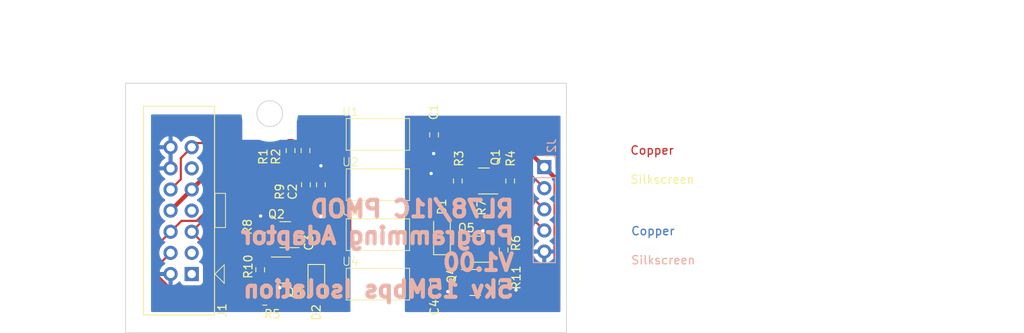
<source format=kicad_pcb>
(kicad_pcb (version 20221018) (generator pcbnew)
  (title_block (title "RL78/I1C Programming Adaptor - Isolated") (date "2024-02-13") (rev "0") (company "Renesas Electronics Europe") (comment 1 "Author: Louis Wray"))
  (layers (0 "F.Cu" signal) (31 "B.Cu" signal) (34 "B.Paste" user) (35 "F.Paste" user) (36 "B.SilkS" user "B.Silkscreen") (37 "F.SilkS" user "F.Silkscreen") (38 "B.Mask" user) (39 "F.Mask" user) (44 "Edge.Cuts" user))
  (net 0 "")
  (net 2 "GND")
  (net 4 "Net-(J1-Pin_4)")
  (net 6 "VCC")
  (net 8 "/~{RESET_OUT}")
  (net 9 "/~{RESET_IN}")
  (net 10 "/TOOL0")
  (net 11 "/TOOL0_MCU")
  (net 12 "VCOM")
  (net 13 "/~{RESET_IN_MCU}")
  (net 14 "/~{RESET_OUT_MCU}")
  (net 15 "GNDD")
  (net 16 "Net-(U1-A)")
  (net 17 "Net-(U2-A)")
  (net 18 "Net-(D1-K)")
  (net 19 "Net-(D2-K)")
  (net 20 "Net-(Q1-D)")
  (net 21 "Net-(Q2-G)")
  (net 22 "Net-(Q2-D)")
  (net 23 "Net-(Q4-G)")
  (net 24 "Net-(Q4-D)")
  (footprint "0_Common:R_0603_1608Metric_Pad0.98x0.95mm_HandSolder" (layer "F.Cu") (at 116.51125 109.7075 90)
    (fp_text reference "C2" (at -0.8325 -3.41125 270) (layer "F.SilkS"))
    (fp_text value "100n")
    (fp_line (start -0.254724 -0.5225) (end 0.254724 -0.5225) (stroke (width 0.12)) (layer "F.SilkS"))
    (fp_line (start -0.254724 0.5225) (end 0.254724 0.5225) (stroke (width 0.12)) (layer "F.SilkS"))
    (pad "1" smd roundrect (at -0.9125 0 90) (size 0.975 0.95) (layers "F.Cu" "F.Paste" "F.Mask") (net 6 "VCC"))
    (pad "2" smd roundrect (at 0.9125 0 90) (size 0.975 0.95) (layers "F.Cu" "F.Paste" "F.Mask") (net 2 "GND"))
  )
  (footprint "0_OptoIsolator:RV1S9060A" (layer "F.Cu") (at 123.36125 103.6825)
    (fp_text reference "U1" (at -3.3 -2.7432 unlocked) (layer "F.SilkS") (effects (font (thickness 0.1))))
    (fp_text value "RV1S9060A")
    (fp_line (start -3.81 -1.9304) (end 3.81 -1.9304) (stroke (width 0.1)) (layer "F.SilkS"))
    (fp_line (start -3.81 1.8796) (end -3.81 -1.9304) (stroke (width 0.1)) (layer "F.SilkS"))
    (fp_line (start 3.81 -1.9304) (end 3.81 1.8796) (stroke (width 0.1)) (layer "F.SilkS"))
    (fp_line (start 3.81 1.8796) (end -3.81 1.8796) (stroke (width 0.1)) (layer "F.SilkS"))
    (pad "1" smd roundrect (at -4.75 -1.27) (size 1.3 0.8) (layers "F.Cu" "F.Paste" "F.Mask") (net 16 "Net-(U1-A)"))
    (pad "2" smd roundrect (at -4.75 1.27) (size 1.3 0.8) (layers "F.Cu" "F.Paste" "F.Mask") (net 8 "/~{RESET_OUT}"))
    (pad "3" smd roundrect (at 4.75 1.27) (size 1.3 0.8) (layers "F.Cu" "F.Paste" "F.Mask") (net 15 "GNDD"))
    (pad "4" smd roundrect (at 4.75 0) (size 1.3 0.8) (layers "F.Cu" "F.Paste" "F.Mask") (net 13 "/~{RESET_IN_MCU}"))
    (pad "5" smd roundrect (at 4.75 -1.27) (size 1.3 0.8) (layers "F.Cu" "F.Paste" "F.Mask") (net 12 "VCOM"))
  )
  (footprint "0_Common:R_0603_1608Metric_Pad0.98x0.95mm_HandSolder" (layer "F.Cu") (at 137.46125 113.3575 -90)
    (fp_text reference "R7" (at -0.9075 1.65125 90) (layer "F.SilkS"))
    (fp_text value "4k7")
    (fp_line (start -0.254724 -0.5225) (end 0.254724 -0.5225) (stroke (width 0.12)) (layer "F.SilkS"))
    (fp_line (start -0.254724 0.5225) (end 0.254724 0.5225) (stroke (width 0.12)) (layer "F.SilkS"))
    (pad "1" smd roundrect (at -0.9125 0 270) (size 0.975 0.95) (layers "F.Cu" "F.Paste" "F.Mask") (net 12 "VCOM"))
    (pad "2" smd roundrect (at 0.9125 0 270) (size 0.975 0.95) (layers "F.Cu" "F.Paste" "F.Mask") (net 11 "/TOOL0_MCU"))
  )
  (footprint "0_Common:D_SOD-123" (layer "F.Cu") (at 131.06125 115.7575 90)
    (fp_text reference "D1" (at 3.4 0 90) (layer "F.SilkS"))
    (fp_text value "BAT43W-TP")
    (fp_line (start -2.36 -1) (end -2.36 1) (stroke (width 0.12)) (layer "F.SilkS"))
    (fp_line (start -2.36 -1) (end 1.65 -1) (stroke (width 0.12)) (layer "F.SilkS"))
    (fp_line (start -2.36 1) (end 1.65 1) (stroke (width 0.12)) (layer "F.SilkS"))
    (pad "1" smd roundrect (at -1.65 0 90) (size 0.9 1.2) (layers "F.Cu" "F.Paste" "F.Mask") (net 18 "Net-(D1-K)"))
    (pad "2" smd roundrect (at 1.65 0 90) (size 0.9 1.2) (layers "F.Cu" "F.Paste" "F.Mask") (net 11 "/TOOL0_MCU"))
  )
  (footprint "0_OptoIsolator:RV1S9060A" (layer "F.Cu") (at 123.36125 109.6825 180)
    (fp_text reference "U2" (at 3.3 2.7 unlocked) (layer "F.SilkS") (effects (font (thickness 0.1))))
    (fp_text value "RV1S9060A")
    (fp_line (start -3.81 -1.9304) (end 3.81 -1.9304) (stroke (width 0.1)) (layer "F.SilkS"))
    (fp_line (start -3.81 1.8796) (end -3.81 -1.9304) (stroke (width 0.1)) (layer "F.SilkS"))
    (fp_line (start 3.81 -1.9304) (end 3.81 1.8796) (stroke (width 0.1)) (layer "F.SilkS"))
    (fp_line (start 3.81 1.8796) (end -3.81 1.8796) (stroke (width 0.1)) (layer "F.SilkS"))
    (pad "1" smd roundrect (at -4.75 -1.27 180) (size 1.3 0.8) (layers "F.Cu" "F.Paste" "F.Mask") (net 17 "Net-(U2-A)"))
    (pad "2" smd roundrect (at -4.75 1.27 180) (size 1.3 0.8) (layers "F.Cu" "F.Paste" "F.Mask") (net 15 "GNDD"))
    (pad "3" smd roundrect (at 4.75 1.27 180) (size 1.3 0.8) (layers "F.Cu" "F.Paste" "F.Mask") (net 2 "GND"))
    (pad "4" smd roundrect (at 4.75 0 180) (size 1.3 0.8) (layers "F.Cu" "F.Paste" "F.Mask") (net 9 "/~{RESET_IN}"))
    (pad "5" smd roundrect (at 4.75 -1.27 180) (size 1.3 0.8) (layers "F.Cu" "F.Paste" "F.Mask") (net 6 "VCC"))
  )
  (footprint "0_Common:SOT-23" (layer "F.Cu") (at 112.22375 119.9575)
    (fp_text reference "Q3" (at 1.03625 2.6725) (layer "F.SilkS"))
    (fp_text value "BSS123")
    (fp_line (start 0 -1.56) (end -1.675 -1.56) (stroke (width 0.12)) (layer "F.SilkS"))
    (fp_line (start 0 -1.56) (end 0.65 -1.56) (stroke (width 0.12)) (layer "F.SilkS"))
    (fp_line (start 0 1.56) (end -0.65 1.56) (stroke (width 0.12)) (layer "F.SilkS"))
    (fp_line (start 0 1.56) (end 0.65 1.56) (stroke (width 0.12)) (layer "F.SilkS"))
    (pad "1" smd roundrect (at -0.9375 -0.95) (size 1.475 0.6) (layers "F.Cu" "F.Paste" "F.Mask") (net 22 "Net-(Q2-D)"))
    (pad "2" smd roundrect (at -0.9375 0.95) (size 1.475 0.6) (layers "F.Cu" "F.Paste" "F.Mask") (net 2 "GND"))
    (pad "3" smd roundrect (at 0.9375 0) (size 1.475 0.6) (layers "F.Cu" "F.Paste" "F.Mask") (net 19 "Net-(D2-K)"))
  )
  (footprint "0_Common:R_0603_1608Metric_Pad0.98x0.95mm_HandSolder" (layer "F.Cu") (at 139.26125 109.2575 -90)
    (fp_text reference "R4" (at -2.7 -0.05 90) (layer "F.SilkS"))
    (fp_text value "4k7")
    (fp_line (start -0.254724 -0.5225) (end 0.254724 -0.5225) (stroke (width 0.12)) (layer "F.SilkS"))
    (fp_line (start -0.254724 0.5225) (end 0.254724 0.5225) (stroke (width 0.12)) (layer "F.SilkS"))
    (pad "1" smd roundrect (at -0.9125 0 270) (size 0.975 0.95) (layers "F.Cu" "F.Paste" "F.Mask") (net 12 "VCOM"))
    (pad "2" smd roundrect (at 0.9125 0 270) (size 0.975 0.95) (layers "F.Cu" "F.Paste" "F.Mask") (net 14 "/~{RESET_OUT_MCU}"))
  )
  (footprint "0_Common:R_0603_1608Metric_Pad0.98x0.95mm_HandSolder" (layer "F.Cu") (at 109.21 119.93 -90)
    (fp_text reference "R10" (at -0.38 1.44 90) (layer "F.SilkS"))
    (fp_text value "270R")
    (fp_line (start -0.254724 -0.5225) (end 0.254724 -0.5225) (stroke (width 0.12)) (layer "F.SilkS"))
    (fp_line (start -0.254724 0.5225) (end 0.254724 0.5225) (stroke (width 0.12)) (layer "F.SilkS"))
    (pad "1" smd roundrect (at -0.9125 0 270) (size 0.975 0.95) (layers "F.Cu" "F.Paste" "F.Mask") (net 6 "VCC"))
    (pad "2" smd roundrect (at 0.9125 0 270) (size 0.975 0.95) (layers "F.Cu" "F.Paste" "F.Mask") (net 19 "Net-(D2-K)"))
  )
  (footprint "0_Connector:E2_Lite_14P" (layer "F.Cu") (at 100.98 120.44 180)
    (fp_text reference "J1" (at -3.66 -4.38 90) (layer "F.SilkS"))
    (fp_text value "E2 Lite 14P")
    (fp_line (start -3.9116 -1.1176) (end -3.9116 1.1176) (stroke (width 0.1)) (layer "F.SilkS"))
    (fp_line (start -2.794 0) (end -3.9116 -1.1176) (stroke (width 0.1)) (layer "F.SilkS"))
    (fp_line (start -2.794 0) (end -3.9116 1.1176) (stroke (width 0.1)) (layer "F.SilkS"))
    (fp_line (start -2.7432 -4.9276) (end -2.7432 20.1676) (stroke (width 0.12)) (layer "F.SilkS"))
    (fp_line (start -2.7432 -4.9276) (end 5.7496 -4.9276) (stroke (width 0.12)) (layer "F.SilkS"))
    (fp_line (start -2.7432 20.1676) (end 5.7496 20.1676) (stroke (width 0.12)) (layer "F.SilkS"))
    (fp_line (start 5.7912 -4.9276) (end 5.7912 20.1676) (stroke (width 0.12)) (layer "F.SilkS"))
    (fp_rect (start -2.794 5.588) (end -4.064 9.7028) (stroke (width 0.1)) (fill none) (layer "F.SilkS"))
    (pad "1" thru_hole rect (at 0 0 180) (size 1.7 1.7) (drill 1) (layers "*.Cu" "*.Mask"))
    (pad "2" thru_hole oval (at 2.54 0 180) (size 1.7 1.7) (drill 1) (layers "*.Cu" "*.Mask") (net 2 "GND"))
    (pad "3" thru_hole oval (at 0 2.54 180) (size 1.7 1.7) (drill 1) (layers "*.Cu" "*.Mask"))
    (pad "4" thru_hole oval (at 2.54 2.54 180) (size 1.7 1.7) (drill 1) (layers "*.Cu" "*.Mask") (net 4 "Net-(J1-Pin_4)"))
    (pad "5" thru_hole oval (at 0 5.08 180) (size 1.7 1.7) (drill 1) (layers "*.Cu" "*.Mask") (net 10 "/TOOL0"))
    (pad "6" thru_hole oval (at 2.54 5.08 180) (size 1.7 1.7) (drill 1) (layers "*.Cu" "*.Mask") (net 9 "/~{RESET_IN}"))
    (pad "7" thru_hole oval (at 0 7.62 180) (size 1.7 1.7) (drill 1) (layers "*.Cu" "*.Mask"))
    (pad "8" thru_hole oval (at 2.54 7.62 180) (size 1.7 1.7) (drill 1) (layers "*.Cu" "*.Mask") (net 6 "VCC"))
    (pad "9" thru_hole oval (at 0 10.16 180) (size 1.7 1.7) (drill 1) (layers "*.Cu" "*.Mask") (net 6 "VCC"))
    (pad "10" thru_hole oval (at 2.54 10.16 180) (size 1.7 1.7) (drill 1) (layers "*.Cu" "*.Mask") (net 8 "/~{RESET_OUT}"))
    (pad "11" thru_hole oval (at 0 12.7 180) (size 1.7 1.7) (drill 1) (layers "*.Cu" "*.Mask"))
    (pad "12" thru_hole oval (at 2.54 12.7 180) (size 1.7 1.7) (drill 1) (layers "*.Cu" "*.Mask") (net 2 "GND"))
    (pad "13" thru_hole oval (at 0 15.24 180) (size 1.7 1.7) (drill 1) (layers "*.Cu" "*.Mask") (net 8 "/~{RESET_OUT}"))
    (pad "14" thru_hole oval (at 2.54 15.24 180) (size 1.7 1.7) (drill 1) (layers "*.Cu" "*.Mask") (net 2 "GND"))
  )
  (footprint "0_Common:SOT-23" (layer "F.Cu") (at 135.06125 121.4575)
    (fp_text reference "Q4" (at -2.85 -0.85 90) (layer "F.SilkS"))
    (fp_text value "BSS84")
    (fp_line (start 0 -1.56) (end -1.675 -1.56) (stroke (width 0.12)) (layer "F.SilkS"))
    (fp_line (start 0 -1.56) (end 0.65 -1.56) (stroke (width 0.12)) (layer "F.SilkS"))
    (fp_line (start 0 1.56) (end -0.65 1.56) (stroke (width 0.12)) (layer "F.SilkS"))
    (fp_line (start 0 1.56) (end 0.65 1.56) (stroke (width 0.12)) (layer "F.SilkS"))
    (pad "1" smd roundrect (at -0.9375 -0.95) (size 1.475 0.6) (layers "F.Cu" "F.Paste" "F.Mask") (net 23 "Net-(Q4-G)"))
    (pad "2" smd roundrect (at -0.9375 0.95) (size 1.475 0.6) (layers "F.Cu" "F.Paste" "F.Mask") (net 12 "VCOM"))
    (pad "3" smd roundrect (at 0.9375 0) (size 1.475 0.6) (layers "F.Cu" "F.Paste" "F.Mask") (net 24 "Net-(Q4-D)"))
  )
  (footprint "0_Common:R_0603_1608Metric_Pad0.98x0.95mm_HandSolder" (layer "F.Cu") (at 138.47 117.55 -90)
    (fp_text reference "R6" (at -0.83 -1.48 90) (layer "F.SilkS"))
    (fp_text value "270R")
    (fp_line (start -0.254724 -0.5225) (end 0.254724 -0.5225) (stroke (width 0.12)) (layer "F.SilkS"))
    (fp_line (start -0.254724 0.5225) (end 0.254724 0.5225) (stroke (width 0.12)) (layer "F.SilkS"))
    (pad "1" smd roundrect (at -0.9125 0 270) (size 0.975 0.95) (layers "F.Cu" "F.Paste" "F.Mask") (net 12 "VCOM"))
    (pad "2" smd roundrect (at 0.9125 0 270) (size 0.975 0.95) (layers "F.Cu" "F.Paste" "F.Mask") (net 18 "Net-(D1-K)"))
  )
  (footprint "0_Common:SOT-23" (layer "F.Cu") (at 135.06125 117.4575 180)
    (fp_text reference "Q5" (at 1.07125 2.5575 180) (layer "F.SilkS"))
    (fp_text value "BSS123")
    (fp_line (start 0 -1.56) (end -1.675 -1.56) (stroke (width 0.12)) (layer "F.SilkS"))
    (fp_line (start 0 -1.56) (end 0.65 -1.56) (stroke (width 0.12)) (layer "F.SilkS"))
    (fp_line (start 0 1.56) (end -0.65 1.56) (stroke (width 0.12)) (layer "F.SilkS"))
    (fp_line (start 0 1.56) (end 0.65 1.56) (stroke (width 0.12)) (layer "F.SilkS"))
    (pad "1" smd roundrect (at -0.9375 -0.95 180) (size 1.475 0.6) (layers "F.Cu" "F.Paste" "F.Mask") (net 24 "Net-(Q4-D)"))
    (pad "2" smd roundrect (at -0.9375 0.95 180) (size 1.475 0.6) (layers "F.Cu" "F.Paste" "F.Mask") (net 15 "GNDD"))
    (pad "3" smd roundrect (at 0.9375 0 180) (size 1.475 0.6) (layers "F.Cu" "F.Paste" "F.Mask") (net 18 "Net-(D1-K)"))
  )
  (footprint "0_Common:R_0603_1608Metric_Pad0.98x0.95mm_HandSolder" (layer "F.Cu") (at 114.71 109.71 -90)
    (fp_text reference "R9" (at 0.83 3.15 90) (layer "F.SilkS"))
    (fp_text value "4k7")
    (fp_line (start -0.254724 -0.5225) (end 0.254724 -0.5225) (stroke (width 0.12)) (layer "F.SilkS"))
    (fp_line (start -0.254724 0.5225) (end 0.254724 0.5225) (stroke (width 0.12)) (layer "F.SilkS"))
    (pad "1" smd roundrect (at -0.9125 0 270) (size 0.975 0.95) (layers "F.Cu" "F.Paste" "F.Mask") (net 6 "VCC"))
    (pad "2" smd roundrect (at 0.9125 0 270) (size 0.975 0.95) (layers "F.Cu" "F.Paste" "F.Mask") (net 10 "/TOOL0"))
  )
  (footprint "0_Common:R_0603_1608Metric_Pad0.98x0.95mm_HandSolder" (layer "F.Cu") (at 132.96125 109.2575 -90)
    (fp_text reference "R3" (at -2.7 -0.15 90) (layer "F.SilkS"))
    (fp_text value "270R")
    (fp_line (start -0.254724 -0.5225) (end 0.254724 -0.5225) (stroke (width 0.12)) (layer "F.SilkS"))
    (fp_line (start -0.254724 0.5225) (end 0.254724 0.5225) (stroke (width 0.12)) (layer "F.SilkS"))
    (pad "1" smd roundrect (at -0.9125 0 270) (size 0.975 0.95) (layers "F.Cu" "F.Paste" "F.Mask") (net 20 "Net-(Q1-D)"))
    (pad "2" smd roundrect (at 0.9125 0 270) (size 0.975 0.95) (layers "F.Cu" "F.Paste" "F.Mask") (net 17 "Net-(U2-A)"))
  )
  (footprint "0_Common:R_0603_1608Metric_Pad0.98x0.95mm_HandSolder" (layer "F.Cu") (at 130.11125 103.7075 -90)
    (fp_text reference "C1" (at -2.75 0.05 -90) (layer "F.SilkS"))
    (fp_text value "100n")
    (fp_line (start -0.254724 -0.5225) (end 0.254724 -0.5225) (stroke (width 0.12)) (layer "F.SilkS"))
    (fp_line (start -0.254724 0.5225) (end 0.254724 0.5225) (stroke (width 0.12)) (layer "F.SilkS"))
    (pad "1" smd roundrect (at -0.9125 0 270) (size 0.975 0.95) (layers "F.Cu" "F.Paste" "F.Mask") (net 12 "VCOM"))
    (pad "2" smd roundrect (at 0.9125 0 270) (size 0.975 0.95) (layers "F.Cu" "F.Paste" "F.Mask") (net 15 "GNDD"))
  )
  (footprint "0_Common:D_SOD-123" (layer "F.Cu") (at 115.96125 121.6575 -90)
    (fp_text reference "D2" (at 3.4 0 90) (layer "F.SilkS"))
    (fp_text value "BAT43W-TP")
    (fp_line (start -2.36 -1) (end -2.36 1) (stroke (width 0.12)) (layer "F.SilkS"))
    (fp_line (start -2.36 -1) (end 1.65 -1) (stroke (width 0.12)) (layer "F.SilkS"))
    (fp_line (start -2.36 1) (end 1.65 1) (stroke (width 0.12)) (layer "F.SilkS"))
    (pad "1" smd roundrect (at -1.65 0 270) (size 0.9 1.2) (layers "F.Cu" "F.Paste" "F.Mask") (net 19 "Net-(D2-K)"))
    (pad "2" smd roundrect (at 1.65 0 270) (size 0.9 1.2) (layers "F.Cu" "F.Paste" "F.Mask") (net 10 "/TOOL0"))
  )
  (footprint "0_OptoIsolator:RV1S9060A" (layer "F.Cu") (at 123.36125 121.6825)
    (fp_text reference "U4" (at -3.3 -2.7432 unlocked) (layer "F.SilkS") (effects (font (thickness 0.1))))
    (fp_text value "RV1S9060A")
    (fp_line (start -3.81 -1.9304) (end 3.81 -1.9304) (stroke (width 0.1)) (layer "F.SilkS"))
    (fp_line (start -3.81 1.8796) (end -3.81 -1.9304) (stroke (width 0.1)) (layer "F.SilkS"))
    (fp_line (start 3.81 -1.9304) (end 3.81 1.8796) (stroke (width 0.1)) (layer "F.SilkS"))
    (fp_line (start 3.81 1.8796) (end -3.81 1.8796) (stroke (width 0.1)) (layer "F.SilkS"))
    (pad "1" smd roundrect (at -4.75 -1.27) (size 1.3 0.8) (layers "F.Cu" "F.Paste" "F.Mask") (net 19 "Net-(D2-K)"))
    (pad "2" smd roundrect (at -4.75 1.27) (size 1.3 0.8) (layers "F.Cu" "F.Paste" "F.Mask") (net 10 "/TOOL0"))
    (pad "3" smd roundrect (at 4.75 1.27) (size 1.3 0.8) (layers "F.Cu" "F.Paste" "F.Mask") (net 15 "GNDD"))
    (pad "4" smd roundrect (at 4.75 0) (size 1.3 0.8) (layers "F.Cu" "F.Paste" "F.Mask") (net 23 "Net-(Q4-G)"))
    (pad "5" smd roundrect (at 4.75 -1.27) (size 1.3 0.8) (layers "F.Cu" "F.Paste" "F.Mask") (net 12 "VCOM"))
  )
  (footprint "0_Common:R_0603_1608Metric_Pad0.98x0.95mm_HandSolder" (layer "F.Cu") (at 109.76125 123.6575)
    (fp_text reference "R5" (at 0.9 1.6) (layer "F.SilkS"))
    (fp_text value "1k")
    (fp_line (start -0.254724 -0.5225) (end 0.254724 -0.5225) (stroke (width 0.12)) (layer "F.SilkS"))
    (fp_line (start -0.254724 0.5225) (end 0.254724 0.5225) (stroke (width 0.12)) (layer "F.SilkS"))
    (pad "1" smd roundrect (at -0.9125 0) (size 0.975 0.95) (layers "F.Cu" "F.Paste" "F.Mask") (net 4 "Net-(J1-Pin_4)"))
    (pad "2" smd roundrect (at 0.9125 0) (size 0.975 0.95) (layers "F.Cu" "F.Paste" "F.Mask") (net 9 "/~{RESET_IN}"))
  )
  (footprint "0_Common:R_0603_1608Metric_Pad0.98x0.95mm_HandSolder" (layer "F.Cu") (at 112.86125 105.6075 -90)
    (fp_text reference "R1" (at 0.722 3.288 90) (layer "F.SilkS"))
    (fp_text value "4k7")
    (fp_line (start -0.254724 -0.5225) (end 0.254724 -0.5225) (stroke (width 0.12)) (layer "F.SilkS"))
    (fp_line (start -0.254724 0.5225) (end 0.254724 0.5225) (stroke (width 0.12)) (layer "F.SilkS"))
    (pad "1" smd roundrect (at -0.9125 0 270) (size 0.975 0.95) (layers "F.Cu" "F.Paste" "F.Mask") (net 8 "/~{RESET_OUT}"))
    (pad "2" smd roundrect (at 0.9125 0 270) (size 0.975 0.95) (layers "F.Cu" "F.Paste" "F.Mask") (net 6 "VCC"))
  )
  (footprint "0_Common:SOT-23" (layer "F.Cu") (at 136.09875 109.2575 180)
    (fp_text reference "Q1" (at -1.4 2.85 90) (layer "F.SilkS"))
    (fp_text value "BSS84")
    (fp_line (start 0 -1.56) (end -1.675 -1.56) (stroke (width 0.12)) (layer "F.SilkS"))
    (fp_line (start 0 -1.56) (end 0.65 -1.56) (stroke (width 0.12)) (layer "F.SilkS"))
    (fp_line (start 0 1.56) (end -0.65 1.56) (stroke (width 0.12)) (layer "F.SilkS"))
    (fp_line (start 0 1.56) (end 0.65 1.56) (stroke (width 0.12)) (layer "F.SilkS"))
    (pad "1" smd roundrect (at -0.9375 -0.95 180) (size 1.475 0.6) (layers "F.Cu" "F.Paste" "F.Mask") (net 14 "/~{RESET_OUT_MCU}"))
    (pad "2" smd roundrect (at -0.9375 0.95 180) (size 1.475 0.6) (layers "F.Cu" "F.Paste" "F.Mask") (net 12 "VCOM"))
    (pad "3" smd roundrect (at 0.9375 0 180) (size 1.475 0.6) (layers "F.Cu" "F.Paste" "F.Mask") (net 20 "Net-(Q1-D)"))
  )
  (footprint "0_Common:R_0603_1608Metric_Pad0.98x0.95mm_HandSolder" (layer "F.Cu") (at 130.21125 121.6575 -90)
    (fp_text reference "C4" (at 2.8 0.05 -90) (layer "F.SilkS"))
    (fp_text value "100n")
    (fp_line (start -0.254724 -0.5225) (end 0.254724 -0.5225) (stroke (width 0.12)) (layer "F.SilkS"))
    (fp_line (start -0.254724 0.5225) (end 0.254724 0.5225) (stroke (width 0.12)) (layer "F.SilkS"))
    (pad "1" smd roundrect (at -0.9125 0 270) (size 0.975 0.95) (layers "F.Cu" "F.Paste" "F.Mask") (net 12 "VCOM"))
    (pad "2" smd roundrect (at 0.9125 0 270) (size 0.975 0.95) (layers "F.Cu" "F.Paste" "F.Mask") (net 15 "GNDD"))
  )
  (footprint "0_Common:R_0603_1608Metric_Pad0.98x0.95mm_HandSolder" (layer "F.Cu") (at 109.26125 115.6575 90)
    (fp_text reference "R8" (at 0.8675 -1.58125 90) (layer "F.SilkS"))
    (fp_text value "220R")
    (fp_line (start -0.254724 -0.5225) (end 0.254724 -0.5225) (stroke (width 0.12)) (layer "F.SilkS"))
    (fp_line (start -0.254724 0.5225) (end 0.254724 0.5225) (stroke (width 0.12)) (layer "F.SilkS"))
    (pad "1" smd roundrect (at -0.9125 0 90) (size 0.975 0.95) (layers "F.Cu" "F.Paste" "F.Mask") (net 22 "Net-(Q2-D)"))
    (pad "2" smd roundrect (at 0.9125 0 90) (size 0.975 0.95) (layers "F.Cu" "F.Paste" "F.Mask") (net 2 "GND"))
  )
  (footprint "0_OptoIsolator:RV1S9060A" (layer "F.Cu") (at 123.36125 115.6825 180)
    (fp_text reference "U3" (at 3.3 2.8 unlocked) (layer "F.SilkS") (effects (font (thickness 0.1))))
    (fp_text value "RV1S9060A")
    (fp_line (start -3.81 -1.9304) (end 3.81 -1.9304) (stroke (width 0.1)) (layer "F.SilkS"))
    (fp_line (start -3.81 1.8796) (end -3.81 -1.9304) (stroke (width 0.1)) (layer "F.SilkS"))
    (fp_line (start 3.81 -1.9304) (end 3.81 1.8796) (stroke (width 0.1)) (layer "F.SilkS"))
    (fp_line (start 3.81 1.8796) (end -3.81 1.8796) (stroke (width 0.1)) (layer "F.SilkS"))
    (pad "1" smd roundrect (at -4.75 -1.27 180) (size 1.3 0.8) (layers "F.Cu" "F.Paste" "F.Mask") (net 18 "Net-(D1-K)"))
    (pad "2" smd roundrect (at -4.75 1.27 180) (size 1.3 0.8) (layers "F.Cu" "F.Paste" "F.Mask") (net 11 "/TOOL0_MCU"))
    (pad "3" smd roundrect (at 4.75 1.27 180) (size 1.3 0.8) (layers "F.Cu" "F.Paste" "F.Mask") (net 2 "GND"))
    (pad "4" smd roundrect (at 4.75 0 180) (size 1.3 0.8) (layers "F.Cu" "F.Paste" "F.Mask") (net 21 "Net-(Q2-G)"))
    (pad "5" smd roundrect (at 4.75 -1.27 180) (size 1.3 0.8) (layers "F.Cu" "F.Paste" "F.Mask") (net 6 "VCC"))
  )
  (footprint "0_Common:SOT-23" (layer "F.Cu") (at 112.22375 115.7075 180)
    (fp_text reference "Q2" (at 1.0625 2.45 180) (layer "F.SilkS"))
    (fp_text value "BSS84")
    (fp_line (start 0 -1.56) (end -1.675 -1.56) (stroke (width 0.12)) (layer "F.SilkS"))
    (fp_line (start 0 -1.56) (end 0.65 -1.56) (stroke (width 0.12)) (layer "F.SilkS"))
    (fp_line (start 0 1.56) (end -0.65 1.56) (stroke (width 0.12)) (layer "F.SilkS"))
    (fp_line (start 0 1.56) (end 0.65 1.56) (stroke (width 0.12)) (layer "F.SilkS"))
    (pad "1" smd roundrect (at -0.9375 -0.95 180) (size 1.475 0.6) (layers "F.Cu" "F.Paste" "F.Mask") (net 21 "Net-(Q2-G)"))
    (pad "2" smd roundrect (at -0.9375 0.95 180) (size 1.475 0.6) (layers "F.Cu" "F.Paste" "F.Mask") (net 6 "VCC"))
    (pad "3" smd roundrect (at 0.9375 0 180) (size 1.475 0.6) (layers "F.Cu" "F.Paste" "F.Mask") (net 22 "Net-(Q2-D)"))
  )
  (footprint "0_Common:R_0603_1608Metric_Pad0.98x0.95mm_HandSolder" (layer "F.Cu") (at 138.46125 121.4575 -90)
    (fp_text reference "R11" (at -0.5875 -1.52875 90) (layer "F.SilkS"))
    (fp_text value "220R")
    (fp_line (start -0.254724 -0.5225) (end 0.254724 -0.5225) (stroke (width 0.12)) (layer "F.SilkS"))
    (fp_line (start -0.254724 0.5225) (end 0.254724 0.5225) (stroke (width 0.12)) (layer "F.SilkS"))
    (pad "1" smd roundrect (at -0.9125 0 270) (size 0.975 0.95) (layers "F.Cu" "F.Paste" "F.Mask") (net 24 "Net-(Q4-D)"))
    (pad "2" smd roundrect (at 0.9125 0 270) (size 0.975 0.95) (layers "F.Cu" "F.Paste" "F.Mask") (net 15 "GNDD"))
  )
  (footprint "0_Common:R_0603_1608Metric_Pad0.98x0.95mm_HandSolder" (layer "F.Cu") (at 114.66125 105.6075 90)
    (fp_text reference "R2" (at -0.722 -3.564 90) (layer "F.SilkS"))
    (fp_text value "270R")
    (fp_line (start -0.254724 -0.5225) (end 0.254724 -0.5225) (stroke (width 0.12)) (layer "F.SilkS"))
    (fp_line (start -0.254724 0.5225) (end 0.254724 0.5225) (stroke (width 0.12)) (layer "F.SilkS"))
    (pad "1" smd roundrect (at -0.9125 0 90) (size 0.975 0.95) (layers "F.Cu" "F.Paste" "F.Mask") (net 6 "VCC"))
    (pad "2" smd roundrect (at 0.9125 0 90) (size 0.975 0.95) (layers "F.Cu" "F.Paste" "F.Mask") (net 16 "Net-(U1-A)"))
  )
  (footprint "0_Common:R_0603_1608Metric_Pad0.98x0.95mm_HandSolder" (layer "F.Cu") (at 116.51125 115.7075 90)
    (fp_text reference "C3" (at -0.95 -1.45 270) (layer "F.SilkS"))
    (fp_text value "100n")
    (fp_line (start -0.254724 -0.5225) (end 0.254724 -0.5225) (stroke (width 0.12)) (layer "F.SilkS"))
    (fp_line (start -0.254724 0.5225) (end 0.254724 0.5225) (stroke (width 0.12)) (layer "F.SilkS"))
    (pad "1" smd roundrect (at -0.9125 0 90) (size 0.975 0.95) (layers "F.Cu" "F.Paste" "F.Mask") (net 6 "VCC"))
    (pad "2" smd roundrect (at 0.9125 0 90) (size 0.975 0.95) (layers "F.Cu" "F.Paste" "F.Mask") (net 2 "GND"))
  )
  (footprint "0_Connector:PinHeader_1x05_P2.54mm_Vertical" (layer "B.Cu") (at 143.36125 107.5825 180)
    (fp_text reference "J2" (at -0.889 2.555 90) (layer "B.SilkS") (effects (justify mirror)))
    (fp_text value "RL78/I1C 5P" hide)
    (fp_line (start -1.33 -11.49) (end 1.33 -11.49) (stroke (width 0.12)) (layer "B.SilkS"))
    (fp_line (start -1.33 -1.27) (end -1.33 -11.49) (stroke (width 0.12)) (layer "B.SilkS"))
    (fp_line (start -1.33 -1.27) (end 1.33 -1.27) (stroke (width 0.12)) (layer "B.SilkS"))
    (fp_line (start -1.33 0) (end -1.33 1.33) (stroke (width 0.12)) (layer "B.SilkS"))
    (fp_line (start -1.33 1.33) (end 0 1.33) (stroke (width 0.12)) (layer "B.SilkS"))
    (fp_line (start 1.33 -1.27) (end 1.33 -11.49) (stroke (width 0.12)) (layer "B.SilkS"))
    (pad "1" thru_hole rect (at 0 0 180) (size 1.7 1.7) (drill 1) (layers "*.Cu" "*.Mask") (net 12 "VCOM"))
    (pad "2" thru_hole oval (at 0 -2.54 180) (size 1.7 1.7) (drill 1) (layers "*.Cu" "*.Mask") (net 13 "/~{RESET_IN_MCU}"))
    (pad "3" thru_hole oval (at 0 -5.08 180) (size 1.7 1.7) (drill 1) (layers "*.Cu" "*.Mask") (net 14 "/~{RESET_OUT_MCU}"))
    (pad "4" thru_hole oval (at 0 -7.62 180) (size 1.7 1.7) (drill 1) (layers "*.Cu" "*.Mask") (net 11 "/TOOL0_MCU"))
    (pad "5" thru_hole oval (at 0 -10.16 180) (size 1.7 1.7) (drill 1) (layers "*.Cu" "*.Mask") (net 15 "GNDD"))
  )
  (gr_rect (start 93.02 97.5) (end 146.02 127.5) (stroke (width 0.1)) (fill none) (layer "Edge.Cuts"))
  (gr_circle (center 110.36125 101.1575) (end 111.91125 101.1575) (stroke (width 0.1)) (fill none) (layer "Edge.Cuts"))
  (gr_text "Copper" (at 153.626 106.156) (layer "F.Cu") (effects (font (size 1 1)) (justify left bottom)))
  (gr_text "Copper" (at 153.726 115.856) (layer "B.Cu") (effects (font (size 1 1)) (justify left bottom)))
  (gr_text "Silkscreen" (at 153.726 119.356) (layer "B.SilkS") (effects (font (size 1 1)) (justify left bottom)))
  (gr_text "RL78/I1C PMOD\nProgramming Adaptor\nV1.00\n5kv 15Mbps Isolation" (at 139.954 123.444) (layer "B.SilkS") (effects (font (size 2 2) (thickness 0.5) bold) (justify left bottom mirror)))
  (gr_text "Silkscreen" (at 153.626 109.656) (layer "F.SilkS") (effects (font (size 1 1)) (justify left bottom)))
  (segment (start 116.89375 108.4125) (end 116.51125 108.795) (width 0.512) (layer "F.Cu") (net 2))
  (segment (start 116.46125 114.745) (end 116.51125 114.795) (width 0.512) (layer "F.Cu") (net 2))
  (segment (start 118.61125 108.4125) (end 116.89375 108.4125) (width 0.512) (layer "F.Cu") (net 2))
  (segment (start 118.61125 114.4125) (end 116.89375 114.4125) (width 0.512) (layer "F.Cu") (net 2))
  (segment (start 111.580937 122.072686) (end 111.580937 121.202187) (width 0.512) (layer "F.Cu") (net 2))
  (segment (start 116.89375 114.4125) (end 116.51125 114.795) (width 0.512) (layer "F.Cu") (net 2))
  (segment (start 116.51125 114.795) (end 116.51125 113.5075) (width 0.512) (layer "F.Cu") (net 2))
  (segment (start 111.580937 121.202187) (end 111.28625 120.9075) (width 0.512) (layer "F.Cu") (net 2))
  (segment (start 116.51125 108.795) (end 116.51125 107.43) (width 0.512) (layer "F.Cu") (net 2))
  (segment (start 109.26125 113.4675) (end 109.26125 114.745) (width 0.512) (layer "F.Cu") (net 2))
  (via (at 111.580937 122.072686) (size 0.8) (drill 0.4) (layers "F.Cu" "B.Cu") (net 2))
  (via (at 109.26125 113.4675) (size 0.8) (drill 0.4) (layers "F.Cu" "B.Cu") (net 2))
  (via (at 116.51125 107.43) (size 0.8) (drill 0.4) (layers "F.Cu" "B.Cu") (net 2))
  (via (at 116.51125 113.5075) (size 0.8) (drill 0.4) (layers "F.Cu" "B.Cu") (net 2))
  (segment (start 99.916603 123.6575) (end 97.02 120.760897) (width 0.254) (layer "F.Cu") (net 4))
  (segment (start 97.02 119.32) (end 98.44 117.9) (width 0.254) (layer "F.Cu") (net 4))
  (segment (start 97.02 120.760897) (end 97.02 119.32) (width 0.254) (layer "F.Cu") (net 4))
  (segment (start 108.84875 123.6575) (end 99.916603 123.6575) (width 0.254) (layer "F.Cu") (net 4))
  (segment (start 109.21 119.0175) (end 108.27625 118.08375) (width 0.512) (layer "F.Cu") (net 6))
  (segment (start 118.61125 110.9525) (end 116.84375 110.9525) (width 0.512) (layer "F.Cu") (net 6))
  (segment (start 113.16125 111.66875) (end 113.21 111.62) (width 0.512) (layer "F.Cu") (net 6))
  (segment (start 108.27625 113.16375) (end 109.82 111.62) (width 0.512) (layer "F.Cu") (net 6))
  (segment (start 114.71 106.56875) (end 114.66125 106.52) (width 0.512) (layer "F.Cu") (net 6))
  (segment (start 118.378384 106.52) (end 114.66125 106.52) (width 0.512) (layer "F.Cu") (net 6))
  (segment (start 118.61125 116.9525) (end 116.84375 116.9525) (width 0.512) (layer "F.Cu") (net 6))
  (segment (start 108.27625 118.08375) (end 108.27625 113.16375) (width 0.512) (layer "F.Cu") (net 6))
  (segment (start 119.26125 110.9525) (end 119.77125 110.4425) (width 0.512) (layer "F.Cu") (net 6))
  (segment (start 118.61125 116.9525) (end 119.26125 116.9525) (width 0.512) (layer "F.Cu") (net 6))
  (segment (start 116.84375 116.9525) (end 116.51125 116.62) (width 0.512) (layer "F.Cu") (net 6))
  (segment (start 115.51125 111.62) (end 116.51125 110.62) (width 0.512) (layer "F.Cu") (net 6))
  (segment (start 112.86125 106.52) (end 104.74 106.52) (width 0.512) (layer "F.Cu") (net 6))
  (segment (start 118.61125 110.9525) (end 119.26125 110.9525) (width 0.512) (layer "F.Cu") (net 6))
  (segment (start 114.71 108.7975) (end 114.71 106.56875) (width 0.512) (layer "F.Cu") (net 6))
  (segment (start 119.91125 116.3025) (end 119.91125 112.2525) (width 0.512) (layer "F.Cu") (net 6))
  (segment (start 119.91125 112.2525) (end 118.61125 110.9525) (width 0.512) (layer "F.Cu") (net 6))
  (segment (start 119.77125 107.912866) (end 118.378384 106.52) (width 0.512) (layer "F.Cu") (net 6))
  (segment (start 100.98 110.28) (end 98.44 112.82) (width 0.512) (layer "F.Cu") (net 6))
  (segment (start 119.77125 110.4425) (end 119.77125 107.912866) (width 0.512) (layer "F.Cu") (net 6))
  (segment (start 116.84375 110.9525) (end 116.51125 110.62) (width 0.512) (layer "F.Cu") (net 6))
  (segment (start 113.16125 114.7575) (end 113.16125 111.66875) (width 0.512) (layer "F.Cu") (net 6))
  (segment (start 119.26125 116.9525) (end 119.91125 116.3025) (width 0.512) (layer "F.Cu") (net 6))
  (segment (start 114.66125 106.52) (end 112.86125 106.52) (width 0.512) (layer "F.Cu") (net 6))
  (segment (start 109.82 111.62) (end 113.21 111.62) (width 0.512) (layer "F.Cu") (net 6))
  (segment (start 104.74 106.52) (end 100.98 110.28) (width 0.512) (layer "F.Cu") (net 6))
  (segment (start 113.21 111.62) (end 115.51125 111.62) (width 0.512) (layer "F.Cu") (net 6))
  (segment (start 101.485 104.695) (end 100.98 105.2) (width 0.254) (layer "F.Cu") (net 8))
  (segment (start 118.61125 104.9525) (end 118.00025 105.5635) (width 0.254) (layer "F.Cu") (net 8))
  (segment (start 112.86125 104.695) (end 101.485 104.695) (width 0.254) (layer "F.Cu") (net 8))
  (segment (start 113.72975 105.5635) (end 112.86125 104.695) (width 0.254) (layer "F.Cu") (net 8))
  (segment (start 118.00025 105.5635) (end 113.72975 105.5635) (width 0.254) (layer "F.Cu") (net 8))
  (segment (start 98.44 110.28) (end 99.671 109.049) (width 0.254) (layer "F.Cu") (net 8))
  (segment (start 99.671 106.509) (end 100.98 105.2) (width 0.254) (layer "F.Cu") (net 8))
  (segment (start 99.671 109.049) (end 99.671 106.509) (width 0.254) (layer "F.Cu") (net 8))
  (segment (start 101.57058 114.051) (end 99.749 114.051) (width 0.254) (layer "F.Cu") (net 9))
  (segment (start 96.512 117.288) (end 96.512 120.992) (width 0.254) (layer "F.Cu") (net 9))
  (segment (start 99.749 114.051) (end 98.44 115.36) (width 0.254) (layer "F.Cu") (net 9))
  (segment (start 96.512 120.992) (end 100.0335 124.5135) (width 0.254) (layer "F.Cu") (net 9))
  (segment (start 118.61125 109.6825) (end 105.93908 109.6825) (width 0.254) (layer "F.Cu") (net 9))
  (segment (start 110.531806 123.9575) (end 110.64875 123.9575) (width 0.254) (layer "F.Cu") (net 9))
  (segment (start 98.44 115.36) (end 96.512 117.288) (width 0.254) (layer "F.Cu") (net 9))
  (segment (start 109.81775 124.5135) (end 110.67375 123.6575) (width 0.254) (layer "F.Cu") (net 9))
  (segment (start 100.0335 124.5135) (end 109.81775 124.5135) (width 0.254) (layer "F.Cu") (net 9))
  (segment (start 105.93908 109.6825) (end 101.57058 114.051) (width 0.254) (layer "F.Cu") (net 9))
  (segment (start 105.7175 110.6225) (end 100.98 115.36) (width 0.254) (layer "F.Cu") (net 10))
  (segment (start 115.96125 123.3075) (end 111.71125 123.3075) (width 0.254) (layer "F.Cu") (net 10))
  (segment (start 111.71125 123.3075) (end 110.11475 121.711) (width 0.254) (layer "F.Cu") (net 10))
  (segment (start 116.31625 122.9525) (end 115.96125 123.3075) (width 0.254) (layer "F.Cu") (net 10))
  (segment (start 107.331 121.711) (end 100.98 115.36) (width 0.254) (layer "F.Cu") (net 10))
  (segment (start 118.61125 122.9525) (end 116.31625 122.9525) (width 0.254) (layer "F.Cu") (net 10))
  (segment (start 110.11475 121.711) (end 107.331 121.711) (width 0.254) (layer "F.Cu") (net 10))
  (segment (start 114.71 110.6225) (end 105.7175 110.6225) (width 0.254) (layer "F.Cu") (net 10))
  (segment (start 130.75625 114.4125) (end 131.06125 114.1075) (width 0.254) (layer "F.Cu") (net 11))
  (segment (start 131.22375 114.27) (end 131.06125 114.1075) (width 0.254) (layer "F.Cu") (net 11))
  (segment (start 128.11125 114.4125) (end 130.75625 114.4125) (width 0.254) (layer "F.Cu") (net 11))
  (segment (start 142.42875 114.27) (end 143.36125 115.2025) (width 0.254) (layer "F.Cu") (net 11))
  (segment (start 137.46125 114.27) (end 131.22375 114.27) (width 0.254) (layer "F.Cu") (net 11))
  (segment (start 137.46125 114.27) (end 142.42875 114.27) (width 0.254) (layer "F.Cu") (net 11))
  (segment (start 130.11125 102.795) (end 138.57375 102.795) (width 0.512) (layer "F.Cu") (net 12))
  (segment (start 136.07625 107.3475) (end 127.34125 107.3475) (width 0.512) (layer "F.Cu") (net 12))
  (segment (start 134.12375 122.4075) (end 134.12375 123.84875) (width 0.512) (layer "F.Cu") (net 12))
  (segment (start 127.944116 112.445) (end 126.95125 111.452134) (width 0.512) (layer "F.Cu") (net 12))
  (segment (start 138.57375 102.795) (end 143.36125 107.5825) (width 0.512) (layer "F.Cu") (net 12))
  (segment (start 127.34125 107.3475) (end 126.95125 106.9575) (width 0.512) (layer "F.Cu") (net 12))
  (segment (start 139.22375 108.3075) (end 139.26125 108.345) (width 0.512) (layer "F.Cu") (net 12))
  (segment (start 134.11 123.8625) (end 139.743185 123.8625) (width 0.512) (layer "F.Cu") (net 12))
  (segment (start 130.11125 102.795) (end 130.35875 102.5475) (width 0.512) (layer "F.Cu") (net 12))
  (segment (start 126.95125 106.9575) (end 126.95125 102.9225) (width 0.512) (layer "F.Cu") (net 12))
  (segment (start 139.743185 123.8625) (end 142.727843 120.877843) (width 0.512) (layer "F.Cu") (net 12))
  (segment (start 126.95125 111.452134) (end 126.95125 106.9575) (width 0.512) (layer "F.Cu") (net 12))
  (segment (start 127.361616 123.8625) (end 134.11 123.8625) (width 0.512) (layer "F.Cu") (net 12))
  (segment (start 129.72875 102.4125) (end 130.11125 102.795) (width 0.512) (layer "F.Cu") (net 12))
  (segment (start 126.95125 102.9225) (end 127.46125 102.4125) (width 0.512) (layer "F.Cu") (net 12))
  (segment (start 138.4875 116.6375) (end 142.727843 120.877843) (width 0.512) (layer "F.Cu") (net 12))
  (segment (start 128.11125 102.4125) (end 129.72875 102.4125) (width 0.512) (layer "F.Cu") (net 12))
  (segment (start 144.72125 108.9425) (end 143.36125 107.5825) (width 0.512) (layer "F.Cu") (net 12))
  (segment (start 128.11125 120.4125) (end 127.46125 120.4125) (width 0.512) (layer "F.Cu") (net 12))
  (segment (start 142.727843 120.877843) (end 144.72125 118.884435) (width 0.512) (layer "F.Cu") (net 12))
  (segment (start 137.03625 108.3075) (end 139.22375 108.3075) (width 0.512) (layer "F.Cu") (net 12))
  (segment (start 126.95125 120.9225) (end 126.95125 123.452134) (width 0.512) (layer "F.Cu") (net 12))
  (segment (start 144.72125 118.884435) (end 144.72125 108.9425) (width 0.512) (layer "F.Cu") (net 12))
  (segment (start 138.47 116.6375) (end 138.4875 116.6375) (width 0.512) (layer "F.Cu") (net 12))
  (segment (start 137.46125 112.445) (end 127.944116 112.445) (width 0.512) (layer "F.Cu") (net 12))
  (segment (start 129.87875 120.4125) (end 130.21125 120.745) (width 0.512) (layer "F.Cu") (net 12))
  (segment (start 134.12375 123.84875) (end 134.11 123.8625) (width 0.512) (layer "F.Cu") (net 12))
  (segment (start 126.95125 123.452134) (end 127.361616 123.8625) (width 0.512) (layer "F.Cu") (net 12))
  (segment (start 128.11125 120.4125) (end 129.87875 120.4125) (width 0.512) (layer "F.Cu") (net 12))
  (segment (start 127.46125 120.4125) (end 126.95125 120.9225) (width 0.512) (layer "F.Cu") (net 12))
  (segment (start 127.46125 102.4125) (end 128.11125 102.4125) (width 0.512) (layer "F.Cu") (net 12))
  (segment (start 137.03625 108.3075) (end 136.07625 107.3475) (width 0.512) (layer "F.Cu") (net 12))
  (segment (start 136.92125 103.6825) (end 143.36125 110.1225) (width 0.254) (layer "F.Cu") (net 13))
  (segment (start 128.11125 103.6825) (end 136.92125 103.6825) (width 0.254) (layer "F.Cu") (net 13))
  (segment (start 139.26125 110.17) (end 140.86875 110.17) (width 0.254) (layer "F.Cu") (net 14))
  (segment (start 137.03625 110.2075) (end 139.22375 110.2075) (width 0.254) (layer "F.Cu") (net 14))
  (segment (start 140.86875 110.17) (end 143.36125 112.6625) (width 0.254) (layer "F.Cu") (net 14))
  (segment (start 139.22375 110.2075) (end 139.26125 110.17) (width 0.254) (layer "F.Cu") (net 14))
  (segment (start 129.82875 122.9525) (end 130.21125 122.57) (width 0.512) (layer "F.Cu") (net 15))
  (segment (start 135.99875 115.24875) (end 135.99 115.24) (width 0.512) (layer "F.Cu") (net 15))
  (segment (start 130.11125 104.62) (end 130.11125 105.9075) (width 0.512) (layer "F.Cu") (net 15))
  (segment (start 129.70625 108.4125) (end 129.76125 108.3575) (width 0.512) (layer "F.Cu") (net 15))
  (segment (start 128.11125 108.4125) (end 129.70625 108.4125) (width 0.512) (layer "F.Cu") (net 15))
  (segment (start 128.11125 104.9525) (end 129.77875 104.9525) (width 0.512) (layer "F.Cu") (net 15))
  (segment (start 129.77875 104.9525) (end 130.11125 104.62) (width 0.512) (layer "F.Cu") (net 15))
  (segment (start 131.74875 122.57) (end 131.76125 122.5575) (width 0.512) (layer "F.Cu") (net 15))
  (segment (start 139.94875 122.37) (end 139.96125 122.3575) (width 0.512) (layer "F.Cu") (net 15))
  (segment (start 130.21125 122.57) (end 131.74875 122.57) (width 0.512) (layer "F.Cu") (net 15))
  (segment (start 128.11125 122.9525) (end 129.82875 122.9525) (width 0.512) (layer "F.Cu") (net 15))
  (segment (start 138.46125 122.37) (end 139.94875 122.37) (width 0.512) (layer "F.Cu") (net 15))
  (segment (start 130.11125 105.9075) (end 130.06125 105.9575) (width 0.512) (layer "F.Cu") (net 15))
  (segment (start 135.99875 116.5075) (end 135.99875 115.24875) (width 0.512) (layer "F.Cu") (net 15))
  (via (at 139.96125 122.3575) (size 0.8) (drill 0.4) (layers "F.Cu" "B.Cu") (net 15))
  (via (at 130.06125 105.9575) (size 0.8) (drill 0.4) (layers "F.Cu" "B.Cu") (net 15))
  (via (at 129.76125 108.3575) (size 0.8) (drill 0.4) (layers "F.Cu" "B.Cu") (net 15))
  (via (at 135.99 115.24) (size 0.8) (drill 0.4) (layers "F.Cu" "B.Cu") (net 15))
  (via (at 131.76125 122.5575) (size 0.8) (drill 0.4) (layers "F.Cu" "B.Cu") (net 15))
  (segment (start 116.94375 102.4125) (end 114.66125 104.695) (width 0.254) (layer "F.Cu") (net 16))
  (segment (start 118.61125 102.4125) (end 116.94375 102.4125) (width 0.254) (layer "F.Cu") (net 16))
  (segment (start 128.89375 110.17) (end 128.11125 110.9525) (width 0.254) (layer "F.Cu") (net 17))
  (segment (start 132.96125 110.17) (end 128.89375 110.17) (width 0.254) (layer "F.Cu") (net 17))
  (segment (start 134.07375 117.4075) (end 134.12375 117.4575) (width 0.254) (layer "F.Cu") (net 18))
  (segment (start 131.06125 117.4075) (end 134.07375 117.4075) (width 0.254) (layer "F.Cu") (net 18))
  (segment (start 130.60625 116.9525) (end 131.06125 117.4075) (width 0.254) (layer "F.Cu") (net 18))
  (segment (start 137.465 117.4575) (end 138.47 118.4625) (width 0.254) (layer "F.Cu") (net 18))
  (segment (start 134.12375 117.4575) (end 137.465 117.4575) (width 0.254) (layer "F.Cu") (net 18))
  (segment (start 128.11125 116.9525) (end 130.60625 116.9525) (width 0.254) (layer "F.Cu") (net 18))
  (segment (start 116.36625 120.4125) (end 115.96125 120.0075) (width 0.254) (layer "F.Cu") (net 19))
  (segment (start 109.858646 120.8425) (end 109.21 120.8425) (width 0.254) (layer "F.Cu") (net 19))
  (segment (start 110.743646 119.9575) (end 109.858646 120.8425) (width 0.254) (layer "F.Cu") (net 19))
  (segment (start 115.96125 120.0075) (end 113.21125 120.0075) (width 0.254) (layer "F.Cu") (net 19))
  (segment (start 113.21125 120.0075) (end 113.16125 119.9575) (width 0.254) (layer "F.Cu") (net 19))
  (segment (start 118.61125 120.4125) (end 116.36625 120.4125) (width 0.254) (layer "F.Cu") (net 19))
  (segment (start 113.16125 119.9575) (end 110.743646 119.9575) (width 0.254) (layer "F.Cu") (net 19))
  (segment (start 135.16125 109.2575) (end 133.87375 109.2575) (width 0.254) (layer "F.Cu") (net 20))
  (segment (start 133.87375 109.2575) (end 132.96125 108.345) (width 0.254) (layer "F.Cu") (net 20))
  (segment (start 114.13625 115.6825) (end 113.16125 116.6575) (width 0.254) (layer "F.Cu") (net 21))
  (segment (start 118.61125 115.6825) (end 114.13625 115.6825) (width 0.254) (layer "F.Cu") (net 21))
  (segment (start 111.28625 115.7075) (end 110.12375 115.7075) (width 0.254) (layer "F.Cu") (net 22))
  (segment (start 110.12375 115.7075) (end 109.26125 116.57) (width 0.254) (layer "F.Cu") (net 22))
  (segment (start 111.28625 119.0075) (end 111.28625 115.7075) (width 0.254) (layer "F.Cu") (net 22))
  (segment (start 131.817522 120.5075) (end 134.12375 120.5075) (width 0.254) (layer "F.Cu") (net 23))
  (segment (start 130.642522 121.6825) (end 131.817522 120.5075) (width 0.254) (layer "F.Cu") (net 23))
  (segment (start 128.11125 121.6825) (end 130.642522 121.6825) (width 0.254) (layer "F.Cu") (net 23))
  (segment (start 135.99875 121.4575) (end 137.36125 121.4575) (width 0.254) (layer "F.Cu") (net 24))
  (segment (start 138.27375 120.545) (end 138.46125 120.545) (width 0.254) (layer "F.Cu") (net 24))
  (segment (start 135.99875 118.4075) (end 135.99875 121.4575) (width 0.254) (layer "F.Cu") (net 24))
  (segment (start 137.36125 121.4575) (end 138.27375 120.545) (width 0.254) (layer "F.Cu") (net 24))
  (zone (net 2) (net_name "GND") (layer "B.Cu") (priority 1) (connect_pads (clearance 0.5)) (min_thickness 0.25) (fill yes (thermal_gap 0.5) (thermal_bridge_width 0.5))
    (polygon (pts (xy 120.06125 101.3575) (xy 120.06125 125.0075) (xy 96.09125 125.0075) (xy 96.09125 101.2575) (xy 107.06125 101.2575) (xy 107.06125 104.3075) (xy 113.61125 104.3075) (xy 113.61125 101.3575)))
  )
  (zone (net 15) (net_name "GNDD") (layer "B.Cu") (connect_pads (clearance 0.5)) (min_thickness 0.25) (fill yes (thermal_gap 0.5) (thermal_bridge_width 0.5))
    (polygon (pts (xy 145.31125 101.4075) (xy 145.30125 125.0175) (xy 126.60125 125.0175) (xy 126.61125 101.4075)))
  )
)
</source>
